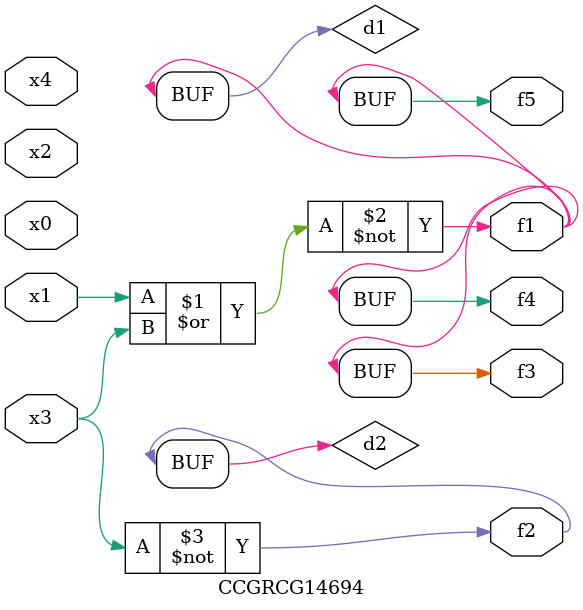
<source format=v>
module CCGRCG14694(
	input x0, x1, x2, x3, x4,
	output f1, f2, f3, f4, f5
);

	wire d1, d2;

	nor (d1, x1, x3);
	not (d2, x3);
	assign f1 = d1;
	assign f2 = d2;
	assign f3 = d1;
	assign f4 = d1;
	assign f5 = d1;
endmodule

</source>
